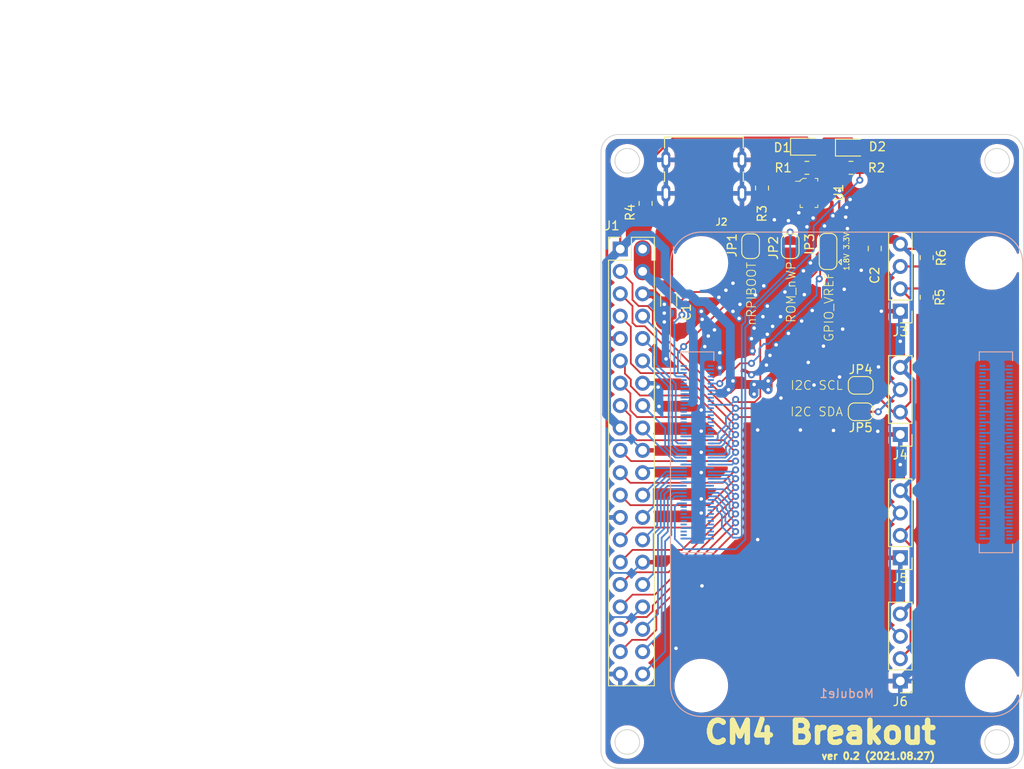
<source format=kicad_pcb>
(kicad_pcb (version 20210623) (generator pcbnew)
  (layers (0 "F.Cu" signal) (31 "B.Cu" signal) (34 "B.Paste" user) (35 "F.Paste" user) (36 "B.SilkS" user "B.Silkscreen") (37 "F.SilkS" user "F.Silkscreen") (38 "B.Mask" user) (39 "F.Mask" user) (44 "Edge.Cuts" user))
  (net 0 "")
  (net 1 "Net-(D1-Pad1)")
  (net 2 "+3V3")
  (net 3 "Net-(D2-Pad1)")
  (net 4 "+5V")
  (net 5 "PIN_03")
  (net 6 "PIN_05")
  (net 7 "GND")
  (net 8 "PIN_07")
  (net 9 "PIN_08")
  (net 10 "PIN_10")
  (net 11 "PIN_11")
  (net 12 "PIN_12")
  (net 13 "PIN_13")
  (net 14 "PIN_15")
  (net 15 "PIN_16")
  (net 16 "PIN_18")
  (net 17 "PIN_19")
  (net 18 "PIN_21")
  (net 19 "PIN_22")
  (net 20 "PIN_23")
  (net 21 "PIN_24")
  (net 22 "PIN_26")
  (net 23 "PIN_27")
  (net 24 "PIN_28")
  (net 25 "PIN_29")
  (net 26 "PIN_31")
  (net 27 "PIN_32")
  (net 28 "PIN_33")
  (net 29 "PIN_35")
  (net 30 "PIN_36")
  (net 31 "PIN_37")
  (net 32 "PIN_38")
  (net 33 "PIN_40")
  (net 34 "ROM_nWP")
  (net 35 "nRPIBOOT")
  (net 36 "GPIO_VREF")
  (net 37 "Net-(R1-Pad2)")
  (net 38 "nLED_ACT")
  (net 39 "nLED_PWR")
  (net 68 "+1V8")
  (net 146 "Net-(J2-PadB5)")
  (net 147 "Net-(J2-PadA5)")
  (net 148 "Net-(J3-Pad2)")
  (net 149 "Net-(J3-Pad3)")
  (footprint "Resistor_SMD:R_0805_2012Metric_Pad1.20x1.40mm_HandSolder" (layer "F.Cu") (at 213.9 49.3)
    (fp_text reference "R1")
    (fp_text value "1k")
  )
  (footprint "Resistor_SMD:R_0805_2012Metric_Pad1.20x1.40mm_HandSolder" (layer "F.Cu") (at 218.9 49.3)
    (fp_text reference "R2")
    (fp_text value "1k")
  )
  (footprint "Connector_PinHeader_2.54mm:PinHeader_1x04_P2.54mm_Vertical" (layer "F.Cu") (at 224.5 65.58 180)
    (fp_text reference "J3")
    (fp_text value "Conn_01x04_Female")
  )
  (footprint "Connector_PinHeader_2.54mm:PinHeader_1x04_P2.54mm_Vertical" (layer "F.Cu") (at 224.5 107.58 180)
    (fp_text reference "J6")
    (fp_text value "Conn_01x04_Female")
  )
  (footprint "CMIO:SOT-753" (layer "F.Cu") (at 214.13 52.15 -90)
    (fp_text reference "U1")
    (fp_text value "74LVC1G07")
  )
  (footprint "Capacitor_SMD:C_0805_2012Metric_Pad1.18x1.45mm_HandSolder" (layer "F.Cu") (at 221.6 58.4625 -90)
    (fp_text reference "C2")
    (fp_text value "1u")
  )
  (footprint "CMIO:CUI_UJC-HP-3-SMT-TR" (layer "F.Cu") (at 202.2 52.2 180)
    (fp_text reference "J2")
    (fp_text value "UJC-HP-3-SMT-TR")
  )
  (footprint "Jumper:SolderJumper-2_P1.3mm_Open_RoundedPad1.0x1.5mm" (layer "F.Cu") (at 220 77 180)
    (fp_text reference "JP5")
    (fp_text value "SolderJumper_2_Open")
  )
  (footprint "Connector_PinHeader_2.54mm:PinHeader_2x20_P2.54mm_Vertical" (layer "F.Cu") (at 192.7 58.52)
    (fp_text reference "J1")
    (fp_text value "RPi_pin")
  )
  (footprint "Resistor_SMD:R_0805_2012Metric_Pad1.20x1.40mm_HandSolder" (layer "F.Cu") (at 208.8 51.6 -90)
    (fp_text reference "R3")
    (fp_text value "5.1k")
  )
  (footprint "Jumper:SolderJumper-2_P1.3mm_Open_RoundedPad1.0x1.5mm" (layer "F.Cu") (at 220 74)
    (fp_text reference "JP4")
    (fp_text value "SolderJumper_2_Open")
  )
  (footprint "LED_SMD:LED_0805_2012Metric_Pad1.15x1.40mm_HandSolder" (layer "F.Cu") (at 219 47)
    (fp_text reference "D2")
    (fp_text value "GREEN LED")
  )
  (footprint "Connector_PinHeader_2.54mm:PinHeader_1x04_P2.54mm_Vertical" (layer "F.Cu") (at 224.5 79.58 180)
    (fp_text reference "J4")
    (fp_text value "Conn_01x04_Female")
  )
  (footprint "Jumper:SolderJumper-3_P1.3mm_Open_RoundedPad1.0x1.5mm" (layer "F.Cu") (at 216.3 58.8 90)
    (fp_text reference "JP3")
    (fp_text value "SolderJumper_3_Open")
  )
  (footprint "Resistor_SMD:R_0805_2012Metric_Pad1.20x1.40mm_HandSolder" (layer "F.Cu") (at 195.58 53.34 -90)
    (fp_text reference "R4")
    (fp_text value "5.1k")
  )
  (footprint "LED_SMD:LED_0805_2012Metric_Pad1.15x1.40mm_HandSolder" (layer "F.Cu") (at 213.9 46.9)
    (fp_text reference "D1")
    (fp_text value "RED LED")
  )
  (footprint "Connector_PinHeader_2.54mm:PinHeader_1x04_P2.54mm_Vertical" (layer "F.Cu") (at 224.5 93.58 180)
    (fp_text reference "J5")
    (fp_text value "Conn_01x04_Female")
  )
  (footprint "Resistor_SMD:R_0805_2012Metric_Pad1.20x1.40mm_HandSolder" (layer "F.Cu") (at 227.5 64 90)
    (fp_text reference "R5")
    (fp_text value "10k")
  )
  (footprint "Jumper:SolderJumper-2_P1.3mm_Open_RoundedPad1.0x1.5mm" (layer "F.Cu") (at 207.5 58.2 -90)
    (fp_text reference "JP1")
    (fp_text value "SolderJumper_2_Open")
  )
  (footprint "Jumper:SolderJumper-2_P1.3mm_Open_RoundedPad1.0x1.5mm" (layer "F.Cu") (at 212 58.2 -90)
    (fp_text reference "JP2")
    (fp_text value "SolderJumper_2_Open")
  )
  (footprint "Resistor_SMD:R_0805_2012Metric_Pad1.20x1.40mm_HandSolder" (layer "F.Cu") (at 227.5 59.5 -90)
    (fp_text reference "R6")
    (fp_text value "10k")
  )
  (footprint "Capacitor_SMD:C_1206_3216Metric_Pad1.33x1.80mm_HandSolder" (layer "F.Cu") (at 198.2 64.3 -90)
    (fp_text reference "C1")
    (fp_text value "10uF")
  )
  (footprint "CMIO:Raspberry-Pi-4-Compute-Module" (layer "B.Cu") (at 201.9 60.1)
    (fp_text reference "Module1")
    (fp_text value "ComputeModule4-CM4")
  )
  (gr_circle (center 235.5 48.5) (end 236.9 48.5) (layer "Edge.Cuts") (width 0.1) (fill none))
  (gr_line (start 238.485786 47.514214) (end 238.5 115.5) (layer "Edge.Cuts") (width 0.1))
  (gr_circle (center 193.5 114.5) (end 194.9 114.5) (layer "Edge.Cuts") (width 0.1) (fill none))
  (gr_circle (center 235.5 114.5) (end 236.9 114.5) (layer "Edge.Cuts") (width 0.1) (fill none))
  (gr_arc (start 192.514214 115.485786) (end 192.514214 117.485786) (angle 90) (layer "Edge.Cuts") (width 0.1))
  (gr_line (start 192.514214 45.514214) (end 236.485786 45.514214) (layer "Edge.Cuts") (width 0.1))
  (gr_line (start 236.5 117.5) (end 192.514214 117.485786) (layer "Edge.Cuts") (width 0.1))
  (gr_circle (center 193.5 48.5) (end 194.9 48.5) (layer "Edge.Cuts") (width 0.1) (fill none))
  (gr_line (start 190.514214 47.514214) (end 190.514214 115.485786) (layer "Edge.Cuts") (width 0.1))
  (gr_arc (start 236.485786 47.514214) (end 236.485786 45.514214) (angle 90) (layer "Edge.Cuts") (width 0.1))
  (gr_arc (start 236.5 115.5) (end 238.5 115.5) (angle 90) (layer "Edge.Cuts") (width 0.1))
  (gr_arc (start 192.514214 47.514214) (end 190.514214 47.514214) (angle 90) (layer "Edge.Cuts") (width 0.1))
  (gr_text "3.3V" (at 218.4 57.6 90) (layer "F.SilkS") (effects (font (size 0.6 0.6) (thickness 0.1))))
  (gr_text "ver 0.2 (2021.08.27)" (at 222 116.1) (layer "F.SilkS") (effects (font (size 0.8 0.8) (thickness 0.2))))
  (gr_text "GPIO_VREF" (at 216.4 65.1 90) (layer "F.SilkS") (effects (font (size 1 1) (thickness 0.1))))
  (gr_text "I2C SDA" (at 215 77) (layer "F.SilkS") (effects (font (size 1 1) (thickness 0.1))))
  (gr_text "I2C SCL" (at 215 74) (layer "F.SilkS") (effects (font (size 1 1) (thickness 0.1))))
  (gr_text "1.8V" (at 218.4 60 90) (layer "F.SilkS") (effects (font (size 0.6 0.6) (thickness 0.1))))
  (gr_text "CM4 Breakout" (at 215.4 113.4) (layer "F.SilkS") (effects (font (size 2.5 2.5) (thickness 0.625))))
  (gr_text "nRPIBOOT\n" (at 207.6 63.6 90) (layer "F.SilkS") (effects (font (size 1 1) (thickness 0.1))))
  (gr_text "ROM_nWP" (at 212.1 63.4 90) (layer "F.SilkS") (effects (font (size 1 1) (thickness 0.1))))
  (segment (start 212.875 46.9) (end 212.875 49.275) (width 0.25) (layer "F.Cu") (net 1))
  (segment (start 212.875 49.275) (end 212.9 49.3) (width 0.25) (layer "F.Cu") (net 1))
  (segment (start 227.5 58.5) (end 225.04 58.5) (width 0.25) (layer "F.Cu") (net 2))
  (segment (start 216.57548 45.97548) (end 219.00048 45.97548) (width 0.25) (layer "F.Cu") (net 2))
  (segment (start 192.7 53.60058) (end 192.7 58.52) (width 0.25) (layer "F.Cu") (net 2))
  (segment (start 205.600489 73.899511) (end 207.799511 73.899511) (width 1) (layer "F.Cu") (net 2))
  (segment (start 215.82452 51.15548) (end 215.73 51.25) (width 0.25) (layer "F.Cu") (net 2))
  (segment (start 217.569133 52.893747) (end 215.875386 51.2) (width 0.25) (layer "F.Cu") (net 2))
  (segment (start 205 74.5) (end 205.5 74) (width 1) (layer "F.Cu") (net 2))
  (segment (start 205.5 74) (end 205.5 73.5) (width 1) (layer "F.Cu") (net 2))
  (segment (start 225.04 58.5) (end 224.5 57.96) (width 0.25) (layer "F.Cu") (net 2))
  (segment (start 215.73 51.25) (end 215.925386 51.25) (width 0.25) (layer "F.Cu") (net 2))
  (segment (start 222 57.425) (end 221.275 57.425) (width 1) (layer "F.Cu") (net 2))
  (segment (start 195.048439 51.252141) (end 192.7 53.60058) (width 0.25) (layer "F.Cu") (net 2))
  (segment (start 205.5 73.5) (end 205.9 73.9) (width 1) (layer "F.Cu") (net 2))
  (segment (start 207.799511 73.899511) (end 207.80048 73.90048) (width 1) (layer "F.Cu") (net 2))
  (segment (start 215.875386 51.2) (end 215.48 51.2) (width 0.25) (layer "F.Cu") (net 2))
  (segment (start 198.738473 45.87548) (end 196.667141 47.946812) (width 0.25) (layer "F.Cu") (net 2))
  (segment (start 215.84952 45.97548) (end 216.57548 45.97548) (width 0.25) (layer "F.Cu") (net 2))
  (segment (start 223.965 57.425) (end 224.5 57.96) (width 1) (layer "F.Cu") (net 2))
  (segment (start 206.5 73.5) (end 205.5 73.5) (width 1) (layer "F.Cu") (net 2))
  (segment (start 209.5 73.5) (end 209.5 74.5) (width 1) (layer "F.Cu") (net 2))
  (segment (start 227.5 65) (end 228.52452 63.97548) (width 0.25) (layer "F.Cu") (net 2))
  (segment (start 222 57.425) (end 223.965 57.425) (width 1) (layer "F.Cu") (net 2))
  (segment (start 205 74.5) (end 205.600489 73.899511) (width 1) (layer "F.Cu") (net 2))
  (segment (start 219.00048 45.97548) (end 220.025 47) (width 0.25) (layer "F.Cu") (net 2))
  (segment (start 205.9 73.9) (end 207.80048 73.9) (width 1) (layer "F.Cu") (net 2))
  (segment (start 214.925 46.9) (end 213.90048 45.87548) (width 0.25) (layer "F.Cu") (net 2))
  (segment (start 216.5 62.2) (end 216.5 66.5) (width 1) (layer "F.Cu") (net 2))
  (segment (start 228.52452 63.97548) (end 228.52452 59.52452) (width 0.25) (layer "F.Cu") (net 2))
  (segment (start 221.275 57.425) (end 216.5 62.2) (width 1) (layer "F.Cu") (net 2))
  (segment (start 196.667141 47.946812) (end 196.667141 50.617141) (width 0.25) (layer "F.Cu") (net 2))
  (segment (start 217.569133 52.893747) (end 217.569133 56.230867) (width 0.25) (layer "F.Cu") (net 2))
  (segment (start 213.90048 45.87548) (end 198.738473 45.87548) (width 0.25) (layer "F.Cu") (net 2))
  (segment (start 214.925 46.9) (end 215.82452 47.79952) (width 0.25) (layer "F.Cu") (net 2))
  (segment (start 216.5 66.5) (end 209.5 73.5) (width 1) (layer "F.Cu") (net 2))
  (segment (start 214.925 46.9) (end 215.84952 45.97548) (width 0.25) (layer "F.Cu") (net 2))
  (segment (start 215.82452 47.79952) (end 215.82452 51.15548) (width 0.25) (layer "F.Cu") (net 2))
  (segment (start 196.032141 51.252141) (end 195.048439 51.252141) (width 0.25) (layer "F.Cu") (net 2))
  (segment (start 228.52452 59.52452) (end 227.5 58.5) (width 0.25) (layer "F.Cu") (net 2))
  (segment (start 217.569133 56.230867) (end 216.3 57.5) (width 0.25) (layer "F.Cu") (net 2))
  (segment (start 207.80048 73.90048) (end 207.80048 74.9) (width 1) (layer "F.Cu") (net 2))
  (segment (start 196.667141 50.617141) (end 196.032141 51.252141) (width 0.25) (layer "F.Cu") (net 2))
  (via (at 209.5 74.5) (size 0.8) (drill 0.4) (layers "F.Cu" "B.Cu") (net 2))
  (via (at 207.9 73.9) (size 0.8) (drill 0.4) (layers "F.Cu" "B.Cu") (net 2))
  (via (at 205.5 73.5) (size 0.8) (drill 0.4) (layers "F.Cu" "B.Cu") (net 2))
  (via (at 209.5 73.5) (size 0.8) (drill 0.4) (layers "F.Cu" "B.Cu") (net 2))
  (via (at 207.9 75) (size 0.8) (drill 0.4) (layers "F.Cu" "B.Cu") (net 2))
  (via (at 205 74.5) (size 0.8) (drill 0.4) (layers "F.Cu" "B.Cu") (net 2))
  (segment (start 226 73.46) (end 226 84.46) (width 0.5) (layer "B.Cu") (net 2))
  (segment (start 196.154177 56.970489) (end 197.8 58.616312) (width 1) (layer "B.Cu") (net 2))
  (segment (start 204.000489 74.6) (end 204.3 74.899511) (width 0.2) (layer "B.Cu") (net 2))
  (segment (start 225.799511 87.259511) (end 225.799511 98.660489) (width 0.5) (layer "B.Cu") (net 2))
  (segment (start 192.7 58.52) (end 194.249511 56.970489) (width 1) (layer "B.Cu") (net 2))
  (segment (start 197.8 61.455785) (end 199.972108 63.627893) (width 1) (layer "B.Cu") (net 2))
  (segment (start 199.972108 63.627893) (end 200.578723 63.627893) (width 1) (layer "B.Cu") (net 2))
  (segment (start 225.799511 98.660489) (end 224.5 99.96) (width 0.5) (layer "B.Cu") (net 2))
  (segment (start 207.9 73.9) (end 208.9 73.9) (width 1) (layer "B.Cu") (net 2))
  (segment (start 204.455433 74.899511) (end 204.000489 74.899511) (width 1) (layer "B.Cu") (net 2))
  (segment (start 192.7 58.52) (end 191.150489 60.069511) (width 1) (layer "B.Cu") (net 2))
  (segment (start 225.799511 70.660489) (end 224.5 71.96) (width 0.5) (layer "B.Cu") (net 2))
  (segment (start 191.150489 60.069511) (end 191.150489 77.290489) (width 1) (layer "B.Cu") (net 2))
  (segment (start 204.199511 75) (end 204.3 74.899511) (width 0.2) (layer "B.Cu") (net 2))
  (segment (start 200.578723 63.627893) (end 201.451319 64.500489) (width 1) (layer "B.Cu") (net 2))
  (segment (start 201.451319 64.500489) (end 202.400489 64.500489) (width 1) (layer "B.Cu") (net 2))
  (segment (start 191.150489 77.290489) (end 192.7 78.84) (width 1) (layer "B.Cu") (net 2))
  (segment (start 208.9 73.9) (end 209.5 74.5) (width 1) (layer "B.Cu") (net 2))
  (segment (start 224.5 85.96) (end 225.799511 87.259511) (width 0.5) (layer "B.Cu") (net 2))
  (segment (start 224.5 71.96) (end 226 73.46) (width 0.5) (layer "B.Cu") (net 2))
  (segment (start 207.9 75) (end 207.9 73.9) (width 1) (layer "B.Cu") (net 2))
  (segment (start 197.8 58.616312) (end 197.8 61.455785) (width 1) (layer "B.Cu") (net 2))
  (segment (start 225.799511 59.259511) (end 225.799511 70.660489) (width 0.5) (layer "B.Cu") (net 2))
  (segment (start 202.98 75) (end 204.199511 75) (width 0.2) (layer "B.Cu") (net 2))
  (segment (start 202.98 74.6) (end 204.000489 74.6) (width 0.2) (layer "B.Cu") (net 2))
  (segment (start 209.5 73.5) (end 209 74) (width 1) (layer "B.Cu") (net 2))
  (segment (start 205.199511 74.155433) (end 204.455433 74.899511) (width 1) (layer "B.Cu") (net 2))
  (segment (start 205.199511 67.299511) (end 205.199511 74.155433) (width 1) (layer "B.Cu") (net 2))
  (segment (start 224.5 57.96) (end 225.799511 59.259511) (width 0.5) (layer "B.Cu") (net 2))
  (segment (start 202.400489 64.500489) (end 205.199511 67.299511) (width 1) (layer "B.Cu") (net 2))
  (segment (start 226 84.46) (end 224.5 85.96) (width 0.5) (layer "B.Cu") (net 2))
  (segment (start 194.249511 56.970489) (end 196.154177 56.970489) (width 1) (layer "B.Cu") (net 2))
  (segment (start 217.975 49.225) (end 217.9 49.3) (width 0.25) (layer "F.Cu") (net 3))
  (segment (start 217.975 47) (end 217.975 49.225) (width 0.25) (layer "F.Cu") (net 3))
  (segment (start 200.68 53.72) (end 200.420489 53.979511) (width 0.5) (layer "F.Cu") (net 4))
  (segment (start 195.4625 60.8375) (end 195.24 61.06) (width 2) (layer "F.Cu") (net 4))
  (segment (start 198.2 62.7375) (end 198.2 61.3375) (width 1) (layer "F.Cu") (net 4))
  (segment (start 195.24 58.52) (end 195.24 61.06) (width 2) (layer "F.Cu") (net 4))
  (segment (start 203.72 52.205) (end 203.72 53.959511) (width 0.5) (layer "F.Cu") (net 4))
  (segment (start 200.68 52.205) (end 200.68 53.72) (width 0.5) (layer "F.Cu") (net 4))
  (segment (start 200.420489 53.979511) (end 203.7 53.979511) (width 2) (layer "F.Cu") (net 4))
  (segment (start 197.7 60.8375) (end 197.7 56.7) (width 2) (layer "F.Cu") (net 4))
  (segment (start 203.72 53.959511) (end 203.7 53.979511) (width 0.5) (layer "F.Cu") (net 4))
  (segment (start 197.7 60.8375) (end 195.4625 60.8375) (width 2) (layer "F.Cu") (net 4))
  (segment (start 198.2 61.3375) (end 197.7 60.8375) (width 1) (layer "F.Cu") (net 4))
  (segment (start 197.7 56.7) (end 200.420489 53.979511) (width 2) (layer "F.Cu") (net 4))
  (segment (start 200.799011 66.455425) (end 200.799011 65.544559) (width 1) (layer "B.Cu") (net 4))
  (segment (start 199.9 74.2) (end 200.8 74.2) (width 0.2) (layer "B.Cu") (net 4))
  (segment (start 200.7 75.4) (end 200.8 75.3) (width 0.2) (layer "B.Cu") (net 4))
  (segment (start 200.705867 66.548569) (end 200.799011 66.455425) (width 1) (layer "B.Cu") (net 4))
  (segment (start 199.9 76.2) (end 200.7 76.2) (width 0.2) (layer "B.Cu") (net 4))
  (segment (start 196.847837 62.2) (end 196.38 62.2) (width 1) (layer "B.Cu") (net 4))
  (segment (start 199.9 75) (end 200.7 75) (width 0.2) (layer "B.Cu") (net 4))
  (segment (start 196.38 62.2) (end 195.24 61.06) (width 1) (layer "B.Cu") (net 4))
  (segment (start 199.9 74.6) (end 200.7 74.6) (width 0.2) (layer "B.Cu") (net 4))
  (segment (start 200.7 75.8) (end 200.8 75.7) (width 0.2) (layer "B.Cu") (net 4))
  (segment (start 200.999511 68.099511) (end 200.705867 67.805867) (width 1) (layer "B.Cu") (net 4))
  (segment (start 200.799011 65.544559) (end 200.130534 64.876082) (width 1) (layer "B.Cu") (net 4))
  (segment (start 200.130534 64.876082) (end 199.523919 64.876082) (width 1) (layer "B.Cu") (net 4))
  (segment (start 199.9 75.4) (end 200.7 75.4) (width 0.2) (layer "B.Cu") (net 4))
  (segment (start 200.999511 75.804109) (end 200.999511 68.099511) (width 1) (layer "B.Cu") (net 4))
  (segment (start 200.85181 75.95181) (end 200.999511 75.804109) (width 1) (layer "B.Cu") (net 4))
  (segment (start 200.7 75) (end 200.8 75.1) (width 0.2) (layer "B.Cu") (net 4))
  (segment (start 200.7 74.6) (end 200.8 74.5) (width 0.2) (layer "B.Cu") (net 4))
  (segment (start 196.847837 62.2) (end 199.523919 64.876082) (width 1) (layer "B.Cu") (net 4))
  (segment (start 199.9 75.8) (end 200.7 75.8) (width 0.2) (layer "B.Cu") (net 4))
  (segment (start 200.7 76.2) (end 200.8 76.3) (width 0.2) (layer "B.Cu") (net 4))
  (segment (start 200.705867 67.805867) (end 200.705867 66.548569) (width 1) (layer "B.Cu") (net 4))
  (segment (start 194.090489 62.450489) (end 194.090489 64.290489) (width 0.2) (layer "F.Cu") (net 5))
  (segment (start 195.809511 64.990489) (end 196.389511 65.570489) (width 0.2) (layer "F.Cu") (net 5))
  (segment (start 205.8 76.6) (end 216.75 76.6) (width 0.2) (layer "F.Cu") (net 5))
  (segment (start 194.090489 64.290489) (end 194.790489 64.990489) (width 0.2) (layer "F.Cu") (net 5))
  (segment (start 194.790489 64.990489) (end 195.809511 64.990489) (width 0.2) (layer "F.Cu") (net 5))
  (segment (start 192.7 61.06) (end 194.090489 62.450489) (width 0.2) (layer "F.Cu") (net 5))
  (segment (start 205.779022 76.6) (end 205.8 76.6) (width 0.2) (layer "F.Cu") (net 5))
  (segment (start 196.389511 67.210489) (end 205.779022 76.6) (width 0.2) (layer "F.Cu") (net 5))
  (segment (start 216.75 76.6) (end 219.35 74) (width 0.2) (layer "F.Cu") (net 5))
  (segment (start 196.389511 65.570489) (end 196.389511 67.210489) (width 0.2) (layer "F.Cu") (net 5))
  (via (at 205.8 76.6) (size 0.8) (drill 0.4) (layers "F.Cu" "B.Cu") (net 5))
  (segment (start 203.768457 80.031543) (end 203.768457 79.466537) (width 0.2) (layer "B.Cu") (net 5))
  (segment (start 205.8 76.6) (end 204.700969 77.699031) (width 0.2) (layer "B.Cu") (net 5))
  (segment (start 203.768457 79.466537) (end 204.700969 78.534025) (width 0.2) (layer "B.Cu") (net 5))
  (segment (start 202.98 80.2) (end 203.6 80.2) (width 0.2) (layer "B.Cu") (net 5))
  (segment (start 203.6 80.2) (end 203.768457 80.031543) (width 0.2) (layer "B.Cu") (net 5))
  (segment (start 204.700969 77.699031) (end 204.700969 78.534025) (width 0.2) (layer "B.Cu") (net 5))
  (segment (start 195.489511 67.289511) (end 205.8 77.6) (width 0.2) (layer "F.Cu") (net 6))
  (segment (start 194.489511 67.289511) (end 195.489511 67.289511) (width 0.2) (layer "F.Cu") (net 6))
  (segment (start 218.75 77.6) (end 219.35 77) (width 0.2) (layer "F.Cu") (net 6))
  (segment (start 192.7 63.6) (end 194.090489 64.990489) (width 0.2) (layer "F.Cu") (net 6))
  (segment (start 205.8 77.6) (end 218.75 77.6) (width 0.2) (layer "F.Cu") (net 6))
  (segment (start 194.090489 64.990489) (end 194.090489 66.890489) (width 0.2) (layer "F.Cu") (net 6))
  (segment (start 194.090489 66.890489) (end 194.489511 67.289511) (width 0.2) (layer "F.Cu") (net 6))
  (via (at 205.8 77.6) (size 0.8) (drill 0.4) (layers "F.Cu" "B.Cu") (net 6))
  (segment (start 204.167977 79.967017) (end 204.634994 79.5) (width 0.2) (layer "B.Cu") (net 6))
  (segment (start 202.98 80.6) (end 203.969988 80.6) (width 0.2) (layer "B.Cu") (net 6))
  (segment (start 205.100489 78.299511) (end 205.100489 78.7) (width 0.2) (layer "B.Cu") (net 6))
  (segment (start 203.969988 80.6) (end 204.167977 80.402011) (width 0.2) (layer "B.Cu") (net 6))
  (segment (start 204.634994 79.5) (end 204.634994 79.165006) (width 0.2) (layer "B.Cu") (net 6))
  (segment (start 205.8 77.6) (end 205.100489 78.299511) (width 0.2) (layer "B.Cu") (net 6))
  (segment (start 204.167977 80.402011) (end 204.167977 79.967017) (width 0.2) (layer "B.Cu") (net 6))
  (segment (start 204.634994 79.165006) (end 205.100489 78.699511) (width 0.2) (layer "B.Cu") (net 6))
  (segment (start 197.7 64.857919) (end 197.7 65.8) (width 1) (layer "F.Cu") (net 7))
  (segment (start 197.7 64.8) (end 197.7 66.8) (width 1) (layer "F.Cu") (net 7))
  (segment (start 196.442081 63.6) (end 197.7 64.857919) (width 1) (layer "F.Cu") (net 7))
  (segment (start 197.7 66.68318) (end 197.75841 66.74159) (width 2) (layer "F.Cu") (net 7))
  (segment (start 195.24 63.6) (end 196.442081 63.6) (width 1) (layer "F.Cu") (net 7))
  (via (at 197.9 71) (size 0.8) (drill 0.4) (layers "F.Cu" "B.Cu") (net 7))
  (via (at 202.7 68.4) (size 0.8) (drill 0.4) (layers "F.Cu" "B.Cu") (net 7))
  (via (at 208.3054 79.0702) (size 0.8) (drill 0.4) (layers "F.Cu" "B.Cu") (net 7))
  (via (at 213.1568 79.0702) (size 0.8) (drill 0.4) (layers "F.Cu" "B.Cu") (net 7))
  (via (at 208.3054 91.5162) (size 0.8) (drill 0.4) (layers "F.Cu" "B.Cu") (net 7))
  (via (at 201.9 83.9) (size 0.8) (drill 0.4) (layers "F.Cu" "B.Cu") (net 7))
  (via (at 217.6018 73.0504) (size 0.8) (drill 0.4) (layers "F.Cu" "B.Cu") (net 7))
  (via (at 210.9 66.2) (size 0.8) (drill 0.4) (layers "F.Cu" "B.Cu") (net 7))
  (via (at 215.9 55.9) (size 0.8) (drill 0.4) (layers "F.Cu" "B.Cu") (net 7))
  (via (at 210 67.3) (size 0.8) (drill 0.4) (layers "F.Cu" "B.Cu") (net 7))
  (via (at 217.9574 67.6148) (size 0.8) (drill 0.4) (layers "F.Cu" "B.Cu") (net 7))
  (via (at 212.98 54.41) (size 0.8) (drill 0.4) (layers "F.Cu" "B.Cu") (net 7))
  (via (at 218.5 56.2) (size 0.8) (drill 0.4) (layers "F.Cu" "B.Cu") (net 7))
  (via (at 216.844622 54.744622) (size 0.8) (drill 0.4) (layers "F.Cu" "B.Cu") (net 7))
  (via (at 207.6 68.7) (size 0.8) (drill 0.4) (layers "F.Cu" "B.Cu") (net 7))
  (via (at 202.3 69.6) (size 0.8) (drill 0.4) (layers "F.Cu" "B.Cu") (net 7))
  (via (at 214.6 55) (size 0.8) (drill 0.4) (layers "F.Cu" "B.Cu") (net 7))
  (via (at 211.4 63.4) (size 0.8) (drill 0.4) (layers "F.Cu" "B.Cu") (net 7))
  (via (at 224.5 83) (size 0.8) (drill 0.4) (layers "F.Cu" "B.Cu") (net 7))
  (via (at 205.5 65.6) (size 0.8) (drill 0.4) (layers "F.Cu" "B.Cu") (net 7))
  (via (at 213.9 56) (size 0.8) (drill 0.4) (layers "F.Cu" "B.Cu") (net 7))
  (via (at 201.9 79.2) (size 0.8) (drill 0.4) (layers "F.Cu" "B.Cu") (net 7))
  (via (at 209.4 65) (size 0.8) (drill 0.4) (layers "F.Cu" "B.Cu") (net 7))
  (via (at 197.7 66.8) (size 0.8) (drill 0.4) (layers "F.Cu" "B.Cu") (net 7))
  (via (at 222.3516 65.5828) (size 0.8) (drill 0.4) (layers "F.Cu" "B.Cu") (net 7))
  (via (at 197.1 76.4) (size 0.8) (drill 0.4) (layers "F.Cu" "B.Cu") (net 7))
  (via (at 207.6 72.8) (size 0.8) (drill 0.4) (layers "F.Cu" "B.Cu") (net 7))
  (via (at 199.0344 103.8606) (size 0.8) (drill 0.4) (layers "F.Cu" "B.Cu") (net 7))
  (via (at 214.0458 71.3994) (size 0.8) (drill 0.4) (layers "F.Cu" "B.Cu") (net 7))
  (via (at 205.5 62.4) (size 0.8) (drill 0.4) (layers "F.Cu" "B.Cu") (net 7))
  (via (at 211.8 55.3) (size 0.8) (drill 0.4) (layers "F.Cu" "B.Cu") (net 7))
  (via (at 217.6 51.9) (size 0.8) (drill 0.4) (layers "F.Cu" "B.Cu") (net 7))
  (via (at 215.773 69.5452) (size 0.8) (drill 0.4) (layers "F.Cu" "B.Cu") (net 7))
  (via (at 204 70.3) (size 0.8) (drill 0.4) (layers "F.Cu" "B.Cu") (net 7))
  (via (at 222.0214 71.9074) (size 0.8) (drill 0.4) (layers "F.Cu" "B.Cu") (net 7))
  (via (at 209.4 68.2) (size 0.8) (drill 0.4) (layers "F.Cu" "B.Cu") (net 7))
  (via (at 197 74.2) (size 0.8) (drill 0.4) (layers "F.Cu" "B.Cu") (net 7))
  (via (at 201.9 81.6) (size 0.8) (drill 0.4) (layers "F.Cu" "B.Cu") (net 7))
  (via (at 214.5 65.5) (size 0.8) (drill 0.4) (layers "F.Cu" "B.Cu") (net 7))
  (via (at 218.4 53.8) (size 0.8) (drill 0.4) (layers "F.Cu" "B.Cu") (net 7))
  (via (at 221.9452 79.2226) (size 0.8) (drill 0.4) (layers "F.Cu" "B.Cu") (net 7))
  (via (at 201.9 86.9) (size 0.8) (drill 0.4) (layers "F.Cu" "B.Cu") (net 7))
  (via (at 206.3 64.8) (size 0.8) (drill 0.4) (layers "F.Cu" "B.Cu") (net 7))
  (via (at 201.9 88.5) (size 0.8) (drill 0.4) (layers "F.Cu" "B.Cu") (net 7))
  (via (at 213.5 61) (size 0.8) (drill 0.4) (layers "F.Cu" "B.Cu") (net 7))
  (via (at 214.3 60.1) (size 0.8) (drill 0.4) (layers "F.Cu" "B.Cu") (net 7))
  (via (at 210.4 69.4) (size 0.8) (drill 0.4) (layers "F.Cu" "B.Cu") (net 7))
  (via (at 213.3 66.7) (size 0.8) (drill 0.4) (layers "F.Cu" "B.Cu") (net 7))
  (via (at 204.7 63.2) (size 0.8) (drill 0.4) (layers "F.Cu" "B.Cu") (net 7))
  (via (at 218.8 52.9) (size 0.8) (drill 0.4) (layers "F.Cu" "B.Cu") (net 7))
  (via (at 203.4 67.7) (size 0.8) (drill 0.4) (layers "F.Cu" "B.Cu") (net 7))
  (via (at 210.947 75.438) (size 0.8) (drill 0.4) (layers "F.Cu" "B.Cu") (net 7))
  (via (at 201.9808 96.774) (size 0.8) (drill 0.4) (layers "F.Cu" "B.Cu") (net 7))
  (via (at 213.6 63.7) (size 0.8) (drill 0.4) (layers "F.Cu" "B.Cu") (net 7))
  (via (at 197.7 64.8) (size 0.8) (drill 0.4) (layers "F.Cu" "B.Cu") (net 7))
  (via (at 209 62.7) (size 0.8) (drill 0.4) (layers "F.Cu" "B.Cu") (net 7))
  (via (at 211.8 68.1) (size 0.8) (drill 0.4) (layers "F.Cu" "B.Cu") (net 7))
  (via (at 197.7 65.8) (size 0.8) (drill 0.4) (layers "F.Cu" "B.Cu") (net 7))
  (via (at 214.7062 73.9648) (size 0.8) (drill 0.4) (layers "F.Cu" "B.Cu") (net 7))
  (via (at 208.055378 63.755378) (size 0.8) (drill 0.4) (layers "F.Cu" "B.Cu") (net 7))
  (via (at 218.3 54.9) (size 0.8) (drill 0.4) (layers "F.Cu" "B.Cu") (net 7))
  (via (at 224.5 69) (size 0.8) (drill 0.4) (layers "F.Cu" "B.Cu") (net 7))
  (via (at 208.9 66.2) (size 0.8) (drill 0.4) (layers "F.Cu" "B.Cu") (net 7))
  (via (at 206.2 66.4) (size 0.8) (drill 0.4) (layers "F.Cu" "B.Cu") (net 7))
  (via (at 202.005378 66.505378) (size 0.8) (drill 0.4) (layers "F.Cu" "B.Cu") (net 7))
  (via (at 216.916 79.121) (size 0.8) (drill 0.4) (layers "F.Cu" "B.Cu") (net 7))
  (via (at 204 72) (size 0.8) (drill 0.4) (layers "F.Cu" "B.Cu") (net 7))
  (via (at 207.7 70.1) (size 0.8) (drill 0.4) (layers "F.Cu" "B.Cu") (net 7))
  (via (at 220.0656 60.9346) (size 0.8) (drill 0.4) (layers "F.Cu" "B.Cu") (net 7))
  (via (at 210.2 55.2) (size 0.8) (drill 0.4) (layers "F.Cu" "B.Cu") (net 7))
  (via (at 207.9 67.5) (size 0.8) (drill 0.4) (layers "F.Cu" "B.Cu") (net 7))
  (via (at 218.1352 63.0936) (size 0.8) (drill 0.4) (layers "F.Cu" "B.Cu") (net 7))
  (via (at 209.3 71.7) (size 0.8) (drill 0.4) (layers "F.Cu" "B.Cu") (net 7))
  (via (at 224.5 97) (size 0.8) (drill 0.4) (layers "F.Cu" "B.Cu") (net 7))
  (via (at 201.9 65.6) (size 0.8) (drill 0.4) (layers "F.Cu" "B.Cu") (net 7))
  (via (at 203.9 64) (size 0.8) (drill 0.4) (layers "F.Cu" "B.Cu") (net 7))
  (via (at 209.7 70.6) (size 0.8) (drill 0.4) (layers "F.Cu" "B.Cu") (net 7))
  (via (at 201.9 76.8) (size 0.8) (drill 0.4) (layers "F.Cu" "B.Cu") (net 7))
  (segment (start 195.24 94.08) (end 194.02 95.3) (width 0.2) (layer "B.Cu") (net 7))
  (segment (start 236.9 79.4) (end 236.100978 79.4) (width 0.2) (layer "B.Cu") (net 7))
  (segment (start 235.8 87.8) (end 235.850489 87.850489) (width 0.2) (layer "B.Cu") (net 7))
  (segment (start 235.850489 75.850489) (end 235.850489 74.649511) (width 1) (layer "B.Cu") (net 7))
  (segment (start 236.100978 85.4) (end 235.850489 85.149511) (width 0.2) (layer "B.Cu") (net 7))
  (segment (start 202.98 78.6) (end 201.9 78.6) (width 0.2) (layer "B.Cu") (net 7))
  (segment (start 201.9 86.7) (end 201.9 90.4) (width 1) (layer "B.Cu") (net 7))
  (segment (start 235.6 91.4) (end 235.850489 91.149511) (width 0.2) (layer "B.Cu") (net 7))
  (segment (start 235.850489 78.149511) (end 235.850489 76.850489) (width 1) (layer "B.Cu") (net 7))
  (segment (start 235.9 80.6) (end 235.850489 80.649511) (width 0.2) (layer "B.Cu") (net 7))
  (segment (start 235.850489 82.850489) (end 235.850489 81.649511) (width 1) (layer "B.Cu") (net 7))
  (segment (start 236.9 77) (end 236.250978 77) (width 0.2) (layer "B.Cu") (net 7))
  (segment (start 233.82 78.2) (end 235.8 78.2) (width 0.2) (layer "B.Cu") (net 7))
  (segment (start 236.250978 77) (end 236.101467 76.850489) (width 0.2) (layer "B.Cu") (net 7))
  (segment (start 201.9 79.5) (end 201.9 80.7) (width 1) (layer "B.Cu") (net 7))
  (segment (start 202.98 81.4) (end 201.7 81.4) (width 0.2) (layer "B.Cu") (net 7))
  (segment (start 202.98 90.2) (end 202.1 90.2) (width 0.2) (layer "B.Cu") (net 7))
  (segment (start 236.101467 76.850489) (end 235.850489 76.850489) (width 0.2) (layer "B.Cu") (net 7))
  (segment (start 201.9 85.2) (end 201.9 86.7) (width 1) (layer "B.Cu") (net 7))
  (segment (start 202 76.7) (end 201.9 76.8) (width 0.5) (layer "B.Cu") (net 7))
  (segment (start 235.7 90.2) (end 235.850489 90.350489) (width 0.2) (layer "B.Cu") (net 7))
  (segment (start 202 69.9) (end 202 76.7) (width 0.5) (layer "B.Cu") (net 7))
  (segment (start 235.850489 85.149511) (end 235.850489 84.149511) (width 1) (layer "B.Cu") (net 7))
  (segment (start 235.8 75.8) (end 235.850489 75.850489) (width 0.2) (layer "B.Cu") (net 7))
  (segment (start 199.9 79.8) (end 201.6 79.8) (width 0.2) (layer "B.Cu") (net 7))
  (segment (start 233.82 80.6) (end 235.800978 80.6) (width 0.2) (layer "B.Cu") (net 7))
  (segment (start 235.850489 90.350489) (end 235.850489 88.850489) (width 1) (layer "B.Cu") (net 7))
  (segment (start 235.850489 76.850489) (end 235.850489 75.850489) (width 1) (layer "B.Cu") (net 7))
  (segment (start 195.24 99.16) (end 194.090489 100.309511) (width 0.2) (layer "B.Cu") (net 7))
  (segment (start 202.1 90.2) (end 201.9 90.4) (width 0.2) (layer "B.Cu") (net 7))
  (segment (start 236.9 84.2) (end 235.900978 84.2) (width 0.2) (layer "B.Cu") (net 7))
  (segment (start 235.850489 86.350489) (end 235.850489 85.149511) (width 1) (layer "B.Cu") (net 7))
  (segment (start 233.82 89) (end 235.700978 89) (width 0.2) (layer "B.Cu") (net 7))
  (segment (start 233.82 86.6) (end 235.600978 86.6) (width 0.2) (layer "B.Cu") (net 7))
  (segment (start 194.02 95.3) (end 191.4 95.3) (width 0.2) (layer "B.Cu") (net 7))
  (segment (start 235.600978 86.6) (end 235.850489 86.350489) (width 0.2) (layer "B.Cu") (net 7))
  (segment (start 233.82 84.2) (end 235.8 84.2) (width 0.2) (layer "B.Cu") (net 7))
  (segment (start 233.82 74.6) (end 235.800978 74.6) (width 0.2) (layer "B.Cu") (net 7))
  (segment (start 202.330978 79.8) (end 202.98 79.8) (width 0.2) (layer "B.Cu") (net 7))
  (segment (start 201.9 77.5) (end 201.9 78.6) (width 1) (layer "B.Cu") (net 7))
  (segment (start 235.800978 73.4) (end 235.850489 73.350489) (width 0.2) (layer "B.Cu") (net 7))
  (segment (start 236.9 73.4) (end 235.9 73.4) (width 0.2) (layer "B.Cu") (net 7))
  (segment (start 235.850489 88.850489) (end 235.850489 87.850489) (width 1) (layer "B.Cu") (net 7))
  (segment (start 235.850489 91.149511) (end 235.850489 90.350489) (width 1) (layer "B.Cu") (net 7))
  (segment (start 202.98 72.2) (end 202 72.2) (width 0.2) (layer "B.Cu") (net 7))
  (segment (start 233.82 72.2) (end 235.8 72.2) (width 0.2) (layer "B.Cu") (net 7))
  (segment (start 235.800978 80.6) (end 235.850489 80.649511) (width 0.2) (layer "B.Cu") (net 7))
  (segment (start 236.101467 82.850489) (end 235.850489 82.850489) (width 0.2) (layer "B.Cu") (net 7))
  (segment (start 233.82 91.4) (end 235.6 91.4) (width 0.2) (layer "B.Cu") (net 7))
  (segment (start 236.000978 81.8) (end 235.850489 81.649511) (width 0.2) (layer "B.Cu") (net 7))
  (segment (start 199.9 85) (end 201.7 85) (width 0.2) (layer "B.Cu") (net 7))
  (segment (start 236.100978 79.4) (end 235.850489 79.149511) (width 0.2) (layer "B.Cu") (net 7))
  (segment (start 191.430489 80.230489) (end 191.369511 80.230489) (width 0.2) (layer "B.Cu") (net 7))
  (segment (start 233.82 90.2) (end 235.7 90.2) (width 0.2) (layer "B.Cu") (net 7))
  (segment (start 199.9 83) (end 201.7 83) (width 0.2) (layer "B.Cu") (net 7))
  (segment (start 233.82 87.8) (end 235.8 87.8) (width 0.2) (layer "B.Cu") (net 7))
  (segment (start 235.900978 78.2) (end 235.850489 78.149511) (width 0.2) (layer "B.Cu") (net 7))
  (segment (start 235.900978 75.8) (end 235.850489 75.850489) (width 0.2) (layer "B.Cu") (net 7))
  (segment (start 235.6 85.4) (end 235.850489 85.149511) (width 0.2) (layer "B.Cu") (net 7))
  (segment (start 236.9 74.6) (end 235.9 74.6) (width 0.2) (layer "B.Cu") (net 7))
  (segment (start 236.101467 88.850489) (end 235.850489 88.850489) (width 0.2) (layer "B.Cu") (net 7))
  (segment (start 202.98 77) (end 202.3 77) (width 0.2) (layer "B.Cu") (net 7))
  (segment (start 235.850489 72.149511) (end 235.850489 71.5) (width 1) (layer "B.Cu") (net 7))
  (segment (start 202.3 69.6) (end 202 69.9) (width 0.5) (layer "B.Cu") (net 7))
  (segment (start 201.9 78.6) (end 201.9 79.5) (width 1) (layer "B.Cu") (net 7))
  (segment (start 194.090489 80.230489) (end 191.430489 80.230489) (width 0.2) (layer "B.Cu") (net 7))
  (segment (start 202.98 85.4) (end 201.6 85.4) (width 0.2) (layer "B.Cu") (net 7))
  (segment (start 201.8 77.4) (end 201.9 77.5) (width 0.2) (layer "B.Cu") (net 7))
  (segment (start 199.9 87) (end 201.6 87) (width 0.2) (layer "B.Cu") (net 7))
  (segment (start 235.850489 74.649511) (end 235.850489 73.350489) (width 1) (layer "B.Cu") (net 7))
  (segment (start 235.700978 89) (end 235.850489 88.850489) (width 0.2) (layer "B.Cu") (net 7))
  (segment (start 235.800978 74.6) (end 235.850489 74.649511) (width 0.2) (layer "B.Cu") (net 7))
  (segment (start 201.9 80.7) (end 201.9 83.2) (width 1) (layer "B.Cu") (net 7))
  (segment (start 236.9 72.2) (end 235.900978 72.2) (width 0.2) (layer "B.Cu") (net 7))
  (segment (start 201.6 81) (end 201.9 80.7) (width 0.2) (layer "B.Cu") (net 7))
  (segment (start 224.5 107.58) (end 235.850489 96.229511) (width 1) (layer "B.Cu") (net 7))
  (segment (start 201.7 85) (end 201.9 85.2) (width 0.2) (layer "B.Cu") (net 7))
  (segment (start 235.9 73.4) (end 235.850489 73.350489) (width 0.2) (layer "B.Cu") (net 7))
  (segment (start 235.850489 73.350489) (end 235.850489 72.149511) (width 1) (layer "B.Cu") (net 7))
  (segment (start 199.9 77.4) (end 201.8 77.4) (width 0.2) (layer "B.Cu") (net 7))
  (segment (start 233.82 73.4) (end 235.800978 73.4) (width 0.2) (layer "B.Cu") (net 7))
  (segment (start 201.9 76.6) (end 201.9 77.5) (width 1) (layer "B.Cu") (net 7))
  (segment (start 199.9 78.6) (end 202.98 78.6) (width 0.2) (layer "B.Cu") (net 7))
  (segment (start 201.7 83) (end 201.9 83.2) (width 0.2) (layer "B.Cu") (net 7))
  (segment (start 199.9 89) (end 202.98 89) (width 0.2) (layer "B.Cu") (net 7))
  (segment (start 235.850489 87.850489) (end 235.850489 86.350489) (width 1) (layer "B.Cu") (net 7))
  (segment (start 195.24 81.38) (end 194.090489 80.230489) (width 0.2) (layer "B.Cu") (net 7))
  (segment (start 235.850489 96.229511) (end 235.850489 91.149511) (width 1) (layer "B.Cu") (net 7))
  (segment (start 235.700978 77) (end 235.850489 76.850489) (width 0.2) (layer "B.Cu") (net 7))
  (segment (start 236.9 75.8) (end 235.900978 75.8) (width 0.2) (layer "B.Cu") (net 7))
  (segment (start 233.82 77) (end 235.700978 77) (width 0.2) (layer "B.Cu") (net 7))
  (segment (start 201.4 91.4) (end 201.2 91.4) (width 0.2) (layer "B.Cu") (net 7))
  (segment (start 236.9 90.2) (end 236.000978 90.2) (width 0.2) (layer "B.Cu") (net 7))
  (segment (start 202 72.2) (end 201.9 72.1) (width 0.2) (layer "B.Cu") (net 7))
  (segment (start 236.9 85.4) (end 236.100978 85.4) (width 0.2) (layer "B.Cu") (net 7))
  (segment (start 236.9 87.8) (end 235.900978 87.8) (width 0.2) (layer "B.Cu") (net 7))
  (segment (start 235.850489 81.649511) (end 235.850489 80.649511) (width 1) (layer "B.Cu") (net 7))
  (segment (start 201.7 90.2) (end 201.9 90.4) (width 0.2) (layer "B.Cu") (net 7))
  (segment (start 233.82 75.8) (end 235.8 75.8) (width 0.2) (layer "B.Cu") (net 7))
  (segment (start 233.82 85.4) (end 235.6 85.4) (width 0.2) (layer "B.Cu") (net 7))
  (segment (start 236.9 83) (end 236.250978 83) (width 0.2) (layer "B.Cu") (net 7))
  (segment (start 202.98 87.4) (end 201.5 87.4) (width 0.2) (layer "B.Cu") (net 7))
  (segment (start 194.090489 100.309511) (end 191.509511 100.309511) (width 0.2) (layer "B.Cu") (net 7))
  (segment (start 236.1 86.6) (end 235.850489 86.350489) (width 0.2) (layer "B.Cu") (net 7))
  (segment (start 202.98 83.4) (end 201.6 83.4) (width 0.2) (layer "B.Cu") (net 7))
  (segment (start 236.9 78.2) (end 235.900978 78.2) (width 0.2) (layer "B.Cu") (net 7))
  (segment (start 235.8 78.2) (end 235.850489 78.149511) (width 0.2) (layer "B.Cu") (net 7))
  (segment (start 236.9 80.6) (end 235.9 80.6) (width 0.2) (layer "B.Cu") (net 7))
  (segment (start 199.9 81) (end 201.6 81) (width 0.2) (layer "B.Cu") (net 7))
  (segment (start 199.9 90.2) (end 201.7 90.2) (width 0.2) (layer "B.Cu") (net 7))
  (segment (start 202.3 77) (end 201.9 76.6) (width 0.2) (layer "B.Cu") (net 7))
  (segment (start 202.98 91.4) (end 201.4 91.4) (width 0.2) (layer "B.Cu") (net 7))
  (segment (start 235.900978 84.2) (end 235.850489 84.149511) (width 0.2) (layer "B.Cu") (net 7))
  (segment (start 201.6 87) (end 201.9 86.7) (width 0.2) (layer "B.Cu") (net 7))
  (segment (start 235.8 72.2) (end 235.850489 72.149511) (width 0.2) (layer "B.Cu") (net 7))
  (segment (start 235.850489 79.149511) (end 235.850489 78.149511) (width 1) (layer "B.Cu") (net 7))
  (segment (start 236.000978 90.2) (end 235.850489 90.350489) (width 0.2) (layer "B.Cu") (net 7))
  (segment (start 235.850489 84.149511) (end 235.850489 82.850489) (width 1) (layer "B.Cu") (net 7))
  (segment (start 235.6 79.4) (end 235.850489 79.149511) (width 0.2) (layer "B.Cu") (net 7))
  (segment (start 236.250978 83) (end 236.101467 82.850489) (width 0.2) (layer "B.Cu") (net 7))
  (segment (start 202.330489 79.799511) (end 202.330978 79.8) (width 0.2) (layer "B.Cu") (net 7))
  (segment (start 235.900978 72.2) (end 235.850489 72.149511) (width 0.2) (layer "B.Cu") (net 7))
  (segment (start 236.9 89) (end 236.250978 89) (width 0.2) (layer "B.Cu") (net 7))
  (segment (start 199.9 91.4) (end 201.2 91.4) (width 0.2) (layer "B.Cu") (net 7))
  (segment (start 235.850489 80.649511) (end 235.850489 79.149511) (width 1) (layer "B.Cu") (net 7))
  (segment (start 235.9 74.6) (end 235.850489 74.649511) (width 0.2) (layer "B.Cu") (net 7))
  (segment (start 236.9 81.8) (end 236.000978 81.8) (width 0.2) (layer "B.Cu") (net 7))
  (segment (start 236.9 86.6) (end 236.1 86.6) (width 0.2) (layer "B.Cu") (net 7))
  (segment (start 235.8 84.2) (end 235.850489 84.149511) (width 0.2) (layer "B.Cu") (net 7))
  (segment (start 236.250978 89) (end 236.101467 88.850489) (width 0.2) (layer "B.Cu") (net 7))
  (segment (start 201.6 79.8) (end 201.9 79.5) (width 0.2) (layer "B.Cu") (net 7))
  (segment (start 233.82 79.4) (end 235.6 79.4) (width 0.2) (layer "B.Cu") (net 7))
  (segment (start 201.9 90.4) (end 201.9 91.3) (width 1) (layer "B.Cu") (net 7))
  (segment (start 235.900978 87.8) (end 235.850489 87.850489) (width 0.2) (layer "B.Cu") (net 7))
  (segment (start 201.9 83.2) (end 201.9 85.2) (width 1) (layer "B.Cu") (net 7))
  (segment (start 193.9 67.34) (end 192.7 66.14) (width 0.2) (layer "F.Cu") (net 8))
  (segment (start 193.9 71.505655) (end 193.9 67.34) (width 0.2) (layer "F.Cu") (net 8))
  (segment (start 199.810489 72.610489) (end 195.004834 72.610489) (width 0.2) (layer "F.Cu") (net 8))
  (segment (start 205.8 78.6) (end 199.810489 72.610489) (width 0.2) (layer "F.Cu") (net 8))
  (segment (start 195.004834 72.610489) (end 193.9 71.505655) (width 0.2) (layer "F.Cu") (net 8))
  (via (at 205.8 78.6) (size 0.8) (drill 0.4) (layers "F.Cu" "B.Cu") (net 8))
  (segment (start 204.567497 80.132503) (end 204.567497 80.567497) (width 0.2) (layer "B.Cu") (net 8))
  (segment (start 205.1 79.3) (end 205.1 79.6) (width 0.2) (layer "B.Cu") (net 8))
  (segment (start 205.8 78.6) (end 205.1 79.3) (width 0.2) (layer "B.Cu") (net 8))
  (segment (start 204.567497 80.567497) (end 204.134994 81) (width 0.2) (layer "B.Cu") (net 8))
  (segment (start 205.1 79.6) (end 204.567497 80.132503) (width 0.2) (layer "B.Cu") (net 8))
  (segment (start 204.134994 81) (end 202.98 81) (width 0.2) (layer "B.Cu") (net 8))
  (segment (start 199 80.349022) (end 199.251467 80.600489) (width 0.2) (layer "B.Cu") (net 9))
  (segment (start 195.24 66.14) (end 196.79952 67.69952) (width 0.2) (layer "B.Cu") (net 9))
  (segment (start 196.79952 67.69952) (end 196.79952 71.59952) (width 0.2) (layer "B.Cu") (net 9))
  (segment (start 196.79952 71.59952) (end 199 73.8) (width 0.2) (layer "B.Cu") (net 9))
  (segment (start 199.899511 80.600489) (end 199.9 80.6) (width 0.2) (layer "B.Cu") (net 9))
  (segment (start 199.251467 80.600489) (end 199.899511 80.600489) (width 0.2) (layer "B.Cu") (net 9))
  (segment (start 199 73.8) (end 199 80.349022) (width 0.2) (layer "B.Cu") (net 9))
  (segment (start 199.300489 81.400489) (end 199.8 81.400489) (width 0.2) (layer "B.Cu") (net 10))
  (segment (start 198.600481 80.700481) (end 199.300489 81.400489) (width 0.2) (layer "B.Cu") (net 10))
  (segment (start 198.600481 74.015475) (end 198.600481 80.700481) (width 0.2) (layer "B.Cu") (net 10))
  (segment (start 196.4 69.84) (end 196.4 71.814994) (width 0.2) (layer "B.Cu") (net 10))
  (segment (start 196.4 71.814994) (end 198.600481 74.015475) (width 0.2) (layer "B.Cu") (net 10))
  (segment (start 195.24 68.68) (end 196.4 69.84) (width 0.2) (layer "B.Cu") (net 10))
  (segment (start 205.8 79.6) (end 201.350489 75.150489) (width 0.2) (layer "F.Cu") (net 11))
  (segment (start 193.9 74.1) (end 193.9 73.334345) (width 0.2) (layer "F.Cu") (net 11))
  (segment (start 193.9 73.334345) (end 193.232827 72.667172) (width 0.2) (layer "F.Cu") (net 11))
  (segment (start 193.232827 72.667172) (end 193.232827 71.752827) (width 0.2) (layer "F.Cu") (net 11))
  (segment (start 194.950489 75.150489) (end 193.9 74.1) (width 0.2) (layer "F.Cu") (net 11))
  (segment (start 201.350489 75.150489) (end 194.950489 75.150489) (width 0.2) (layer "F.Cu") (net 11))
  (segment (start 193.232827 71.752827) (end 192.7 71.22) (width 0.2) (layer "F.Cu") (net 11))
  (via (at 205.8 79.6) (size 0.8) (drill 0.4) (layers "F.Cu" "B.Cu") (net 11))
  (segment (start 204.70048 81.580249) (end 204.700481 80.999519) (width 0.2) (layer "B.Cu") (net 11))
  (segment (start 205 80.4) (end 205.8 79.6) (width 0.2) (layer "B.Cu") (net 11))
  (segment (start 202.98 81.8) (end 204.480729 81.8) (width 0.2) (layer "B.Cu") (net 11))
  (segment (start 204.700481 80.999519) (end 205 80.7) (width 0.2) (layer "B.Cu") (net 11))
  (segment (start 205 80.7) (end 205 80.4) (width 0.2) (layer "B.Cu") (net 11))
  (segment (start 204.480729 81.8) (end 204.70048 81.580249) (width 0.2) (layer "B.Cu") (net 11))
  (segment (start 199.134994 81.8) (end 199.9 81.8) (width 0.2) (layer "B.Cu") (net 12))
  (segment (start 198.200961 80.865967) (end 199.134994 81.8) (width 0.2) (layer "B.Cu") (net 12))
  (segment (start 195.24 71.22) (end 198.200961 74.180961) (width 0.2) (layer "B.Cu") (net 12))
  (segment (start 198.200961 74.180961) (end 198.200961 80.865967) (width 0.2) (layer "B.Cu") (net 12))
  (segment (start 193.849511 76.849511) (end 193.849511 74.909511) (width 0.2) (layer "F.Cu") (net 13))
  (segment (start 205.8 80.6) (end 202.8 77.6) (width 0.2) (layer "F.Cu") (net 13))
  (segment (start 194.6 77.6) (end 193.849511 76.849511) (width 0.2) (layer "F.Cu") (net 13))
  (segment (start 193.849511 74.909511) (end 192.7 73.76) (width 0.2) (layer "F.Cu") (net 13))
  (segment (start 202.8 77.6) (end 194.6 77.6) (width 0.2) (layer "F.Cu") (net 13))
  (via (at 205.8 80.6) (size 0.8) (drill 0.4) (layers "F.Cu" "B.Cu") (net 13))
  (segment (start 205.1 81.745735) (end 205.1 81.3) (width 0.2) (layer "B.Cu") (net 13))
  (segment (start 202.98 82.2) (end 204.645735 82.2) (width 0.2) (layer "B.Cu") (net 13))
  (segment (start 205.1 81.3) (end 205.8 80.6) (width 0.2) (layer "B.Cu") (net 13))
  (segment (start 204.645735 82.2) (end 205.1 81.745735) (width 0.2) (layer "B.Cu") (net 13))
  (segment (start 205.8 81.6) (end 204.430489 80.230489) (width 0.2) (layer "F.Cu") (net 14))
  (segment (start 193.849511 77.449511) (end 192.7 76.3) (width 0.2) (layer "F.Cu") (net 14))
  (segment (start 204.430489 80.230489) (end 194.569511 80.230489) (width 0.2) (layer "F.Cu") (net 14))
  (segment (start 194.569511 80.230489) (end 193.849511 79.510489) (width 0.2) (layer "F.Cu") (net 14))
  (segment (start 193.849511 79.510489) (end 193.849511 77.449511) (width 0.2) (layer "F.Cu") (net 14))
  (via (at 205.8 81.6) (size 0.8) (drill 0.4) (layers "F.Cu" "B.Cu") (net 14))
  (segment (start 204.810741 82.6) (end 205.8 81.610741) (width 0.2) (layer "B.Cu") (net 14))
  (segment (start 202.98 82.6) (end 204.810741 82.6) (width 0.2) (layer "B.Cu") (net 14))
  (segment (start 205.8 81.610741) (end 205.8 81.6) (width 0.2) (layer "B.Cu") (net 14))
  (segment (start 195.24 76.3) (end 197.801442 78.861442) (width 0.2) (layer "B.Cu") (net 15))
  (segment (start 197.801442 78.861442) (end 197.801442 81.031454) (width 0.2) (layer "B.Cu") (net 15))
  (segment (start 197.801442 81.031454) (end 198.969508 82.19952) (width 0.2) (layer "B.Cu") (net 15))
  (segment (start 198.969508 82.19952) (end 199.8 82.19952) (width 0.2) (layer "B.Cu") (net 15))
  (segment (start 195.24 78.84) (end 195.24 79.035018) (width 0.2) (layer "B.Cu") (net 16))
  (segment (start 198.804982 82.6) (end 199.9 82.6) (width 0.2) (layer "B.Cu") (net 16))
  (segment (start 195.24 79.035018) (end 198.804982 82.6) (width 0.2) (layer "B.Cu") (net 16))
  (segment (start 193.92 82.6) (end 192.7 81.38) (width 0.2) (layer "F.Cu") (net 17))
  (segment (start 205.8 82.6) (end 193.92 82.6) (width 0.2) (layer "F.Cu") (net 17))
  (via (at 205.8 82.6) (size 0.8) (drill 0.4) (layers "F.Cu" "B.Cu") (net 17))
  (segment (start 205.4 83) (end 205.8 82.6) (width 0.2) (layer "B.Cu") (net 17))
  (segment (start 202.98 83) (end 205.4 83) (width 0.2) (layer "B.Cu") (net 17))
  (segment (start 193.849511 85.069511) (end 192.7 83.92) (width 0.2) (layer "F.Cu") (net 18))
  (segment (start 204.330489 85.069511) (end 193.849511 85.069511) (width 0.2) (layer "F.Cu") (net 18))
  (segment (start 205.8 83.6) (end 204.330489 85.069511) (width 0.2) (layer "F.Cu") (net 18))
  (via (at 205.8 83.6) (size 0.8) (drill 0.4) (layers "F.Cu" "B.Cu") (net 18))
  (segment (start 202.98 83.8) (end 205.6 83.8) (width 0.2) (layer "B.Cu") (net 18))
  (segment (start 205.6 83.8) (end 205.8 83.6) (width 0.2) (layer "B.Cu") (net 18))
  (segment (start 195.76 83.4) (end 199.9 83.4) (width 0.2) (layer "B.Cu") (net 19))
  (segment (start 195.24 83.92) (end 195.76 83.4) (width 0.2) (layer "B.Cu") (net 19))
  (segment (start 193.849511 87.609511) (end 192.7 86.46) (width 0.2) (layer "F.Cu") (net 20))
  (segment (start 205.8 84.6) (end 202.790489 87.609511) (width 0.2) (layer "F.Cu") (net 20))
  (segment (start 202.790489 87.609511) (end 193.849511 87.609511) (width 0.2) (layer "F.Cu") (net 20))
  (via (at 205.8 84.6) (size 0.8) (drill 0.4) (layers "F.Cu" "B.Cu") (net 20))
  (segment (start 202.98 84.2) (end 205.4 84.2) (width 0.2) (layer "B.Cu") (net 20))
  (segment (start 205.4 84.2) (end 205.8 84.6) (width 0.2) (layer "B.Cu") (net 20))
  (segment (start 197.9 83.8) (end 199.9 83.8) (width 0.2) (layer "B.Cu") (net 21))
  (segment (start 195.24 86.46) (end 197.9 83.8) (width 0.2) (layer "B.Cu") (net 21))
  (segment (start 198.065006 84.2) (end 196.5 85.765006) (width 0.2) (layer "B.Cu") (net 22))
  (segment (start 196.5 87.74) (end 195.24 89) (width 0.2) (layer "B.Cu") (net 22))
  (segment (start 196.5 85.765006) (end 196.5 87.74) (width 0.2) (layer "B.Cu") (net 22))
  (segment (start 195.24 89) (end 195.24 88.210978) (width 0.2) (layer "B.Cu") (net 22))
  (segment (start 199.9 84.2) (end 198.065006 84.2) (width 0.2) (layer "B.Cu") (net 22))
  (segment (start 205.8 85.6) (end 201.250489 90.149511) (width 0.2) (layer "F.Cu") (net 23))
  (segment (start 201.250489 90.149511) (end 194.090489 90.149511) (width 0.2) (layer "F.Cu") (net 23))
  (segment (start 194.090489 90.149511) (end 192.7 91.54) (width 0.2) (layer "F.Cu") (net 23))
  (via (at 205.8 85.6) (size 0.8) (drill 0.4) (layers "F.Cu" "B.Cu") (net 23))
  (segment (start 205.1 84.7) (end 205.1 84.9) (width 0.2) (layer "B.Cu") (net 23))
  (segment (start 205 84.6) (end 205.1 84.7) (width 0.2) (layer "B.Cu") (net 23))
  (segment (start 205.1 84.9) (end 205.8 85.6) (width 0.2) (layer "B.Cu") (net 23))
  (segment (start 202.98 84.6) (end 205 84.6) (width 0.2) (layer "B.Cu") (net 23))
  (segment (start 198.3 84.6) (end 196.9 86) (width 0.2) (layer "B.Cu") (net 24))
  (segment (start 199.9 84.6) (end 198.3 84.6) (width 0.2) (layer "B.Cu") (net 24))
  (segment (start 196.9 89.88) (end 195.24 91.54) (width 0.2) (layer "B.Cu") (net 24))
  (segment (start 196.9 86) (end 196.9 89.88) (width 0.2) (layer "B.Cu") (net 24))
  (segment (start 205.8 86.6) (end 199.710489 92.689511) (width 0.2) (layer "F.Cu") (net 25))
  (segment (start 199.710489 92.689511) (end 194.090489 92.689511) (width 0.2) (layer "F.Cu") (net 25))
  (segment (start 194.090489 92.689511) (end 192.7 94.08) (width 0.2) (layer "F.Cu") (net 25))
  (via (at 205.8 86.6) (size 0.8) (drill 0.4) (layers "F.Cu" "B.Cu") (net 25))
  (segment (start 205.629022 86.6) (end 205.8 86.6) (width 0.2) (layer "B.Cu") (net 25))
  (segment (start 204.634994 85) (end 204.934514 85.29952) (width 0.2) (layer "B.Cu") (net 25))
  (segment (start 204.934514 85.734514) (end 205.8 86.6) (width 0.2) (layer "B.Cu") (net 25))
  (segment (start 202.98 85) (end 204.634994 85) (width 0.2) (layer "B.Cu") (net 25))
  (segment (start 204.934514 85.29952) (end 204.934514 85.734514) (width 0.2) (layer "B.Cu") (net 25))
  (segment (start 205.8 87.6) (end 198.170489 95.229511) (width 0.2) (layer "F.Cu") (net 26))
  (segment (start 194.090489 95.229511) (end 192.7 96.62) (width 0.2) (layer "F.Cu") (net 26))
  (segment (start 198.170489 95.229511) (end 194.090489 95.229511) (width 0.2) (layer "F.Cu") (net 26))
  (via (at 205.8 87.6) (size 0.8) (drill 0.4) (layers "F.Cu" "B.Cu") (net 26))
  (segment (start 205 86.789259) (end 205.505371 87.29463) (width 0.2) (layer "B.Cu") (net 26))
  (segment (start 205 86.4) (end 205 86.789259) (width 0.2) (layer "B.Cu") (net 26))
  (segment (start 202.98 85.8) (end 204.4 85.8) (width 0.2) (layer "B.Cu") (net 26))
  (segment (start 204.4 85.8) (end 205 86.4) (width 0.2) (layer "B.Cu") (net 26))
  (segment (start 197.29952 90.10048) (end 196.5 90.9) (width 0.2) (layer "B.Cu") (net 27))
  (segment (start 199.9 85.4) (end 198.1 85.4) (width 0.2) (layer "B.Cu") (net 27))
  (segment (start 196.5 90.9) (end 196.5 95.36) (width 0.2) (layer "B.Cu") (net 27))
  (segment (start 196.5 95.36) (end 195.24 96.62) (width 0.2) (layer "B.Cu") (net 27))
  (segment (start 198.1 85.4) (end 197.29952 86.20048) (width 0.2) (layer "B.Cu") (net 27))
  (segment (start 197.29952 86.20048) (end 197.29952 90.10048) (width 0.2) (layer "B.Cu") (net 27))
  (segment (start 194.090489 97.769511) (end 192.7 99.16) (width 0.2) (layer "F.Cu") (net 28))
  (segment (start 205.8 88.6) (end 196.630489 97.769511) (width 0.2) (layer "F.Cu") (net 28))
  (segment (start 196.630489 97.769511) (end 194.090489 97.769511) (width 0.2) (layer "F.Cu") (net 28))
  (via (at 205.8 88.6) (size 0.8) (drill 0.4) (layers "F.Cu" "B.Cu") (net 28))
  (segment (start 203.845735 86.2) (end 205.100489 87.454754) (width 0.2) (layer "B.Cu") (net 28))
  (segment (start 205.100489 87.454754) (end 205.100489 87.900487) (width 0.2) (layer "B.Cu") (net 28))
  (segment (start 202.98 86.2) (end 203.845735 86.2) (width 0.2) (layer "B.Cu") (net 28))
  (segment (start 205.729022 88.6) (end 205.8 88.6) (width 0.2) (layer "B.Cu") (net 28))
  (segment (start 205.100489 87.900487) (end 205.482009 88.282007) (width 0.2) (layer "B.Cu") (net 28))
  (segment (start 205.8 89.6) (end 196.389511 99.010489) (width 0.2) (layer "F.Cu") (net 29))
  (segment (start 195.716144 100.309511) (end 194.090489 100.309511) (width 0.2) (layer "F.Cu") (net 29))
  (segment (start 194.090489 100.309511) (end 192.7 101.7) (width 0.2) (layer "F.Cu") (net 29))
  (segment (start 196.389511 99.010489) (end 196.389511 99.636144) (width 0.2) (layer "F.Cu") (net 29))
  (segment (start 196.389511 99.636144) (end 195.716144 100.309511) (width 0.2) (layer "F.Cu") (net 29))
  (via (at 205.8 89.6) (size 0.8) (drill 0.4) (layers "F.Cu" "B.Cu") (net 29))
  (segment (start 205.034996 88.4) (end 205.034996 88.834996) (width 0.2) (layer "B.Cu") (net 29))
  (segment (start 205.034996 88.834996) (end 205.8 89.6) (width 0.2) (layer "B.Cu") (net 29))
  (segment (start 202.98 86.6) (end 203.629022 86.6) (width 0.2) (layer "B.Cu") (net 29))
  (segment (start 204.700969 87.671947) (end 204.700969 88.065973) (width 0.2) (layer "B.Cu") (net 29))
  (segment (start 204.700969 88.065973) (end 205.034996 88.4) (width 0.2) (layer "B.Cu") (net 29))
  (segment (start 203.629022 86.6) (end 204.700969 87.671947) (width 0.2) (layer "B.Cu") (net 29))
  (segment (start 198.300489 85.799511) (end 197.69904 86.40096) (width 0.2) (layer "B.Cu") (net 30))
  (segment (start 199.400489 85.799511) (end 199.899511 85.799511) (width 0.2) (layer "B.Cu") (net 30))
  (segment (start 196.982503 90.982503) (end 196.982503 99.957497) (width 0.2) (layer "B.Cu") (net 30))
  (segment (start 197.69904 86.40096) (end 197.699039 90.265967) (width 0.2) (layer "B.Cu") (net 30))
  (segment (start 197.699039 90.265967) (end 196.982503 90.982503) (width 0.2) (layer "B.Cu") (net 30))
  (segment (start 196.982503 99.957497) (end 195.24 101.7) (width 0.2) (layer "B.Cu") (net 30))
  (segment (start 199.8 85.799511) (end 198.300489 85.799511) (width 0.2) (layer "B.Cu") (net 30))
  (segment (start 199.899511 85.799511) (end 199.9 85.8) (width 0.2) (layer "B.Cu") (net 30))
  (segment (start 196.8 99.6) (end 196.8 101.765655) (width 0.2) (layer "F.Cu") (net 31))
  (segment (start 194.04 102.9) (end 192.7 104.24) (width 0.2) (layer "F.Cu") (net 31))
  (segment (start 195.665655 102.9) (end 194.04 102.9) (width 0.2) (layer "F.Cu") (net 31))
  (segment (start 196.8 101.765655) (end 195.665655 102.9) (width 0.2) (layer "F.Cu") (net 31))
  (segment (start 205.8 90.6) (end 196.8 99.6) (width 0.2) (layer "F.Cu") (net 31))
  (via (at 205.8 90.6) (size 0.8) (drill 0.4) (layers "F.Cu" "B.Cu") (net 31))
  (segment (start 203.464016 87) (end 204.282008 87.817992) (width 0.2) (layer "B.Cu") (net 31))
  (segment (start 202.98 87) (end 203.464016 87) (width 0.2) (layer "B.Cu") (net 31))
  (segment (start 204.282008 88.212018) (end 204.635476 88.565486) (width 0.2) (layer "B.Cu") (net 31))
  (segment (start 204.635476 89.435476) (end 204.635476 88.565486) (width 0.2) (layer "B.Cu") (net 31))
  (segment (start 205.8 90.6) (end 204.635476 89.435476) (width 0.2) (layer "B.Cu") (net 31))
  (segment (start 204.282008 87.817992) (end 204.282008 88.212018) (width 0.2) (layer "B.Cu") (net 31))
  (segment (start 198.735483 86.199511) (end 198.09856 86.836434) (width 0.2) (layer "B.Cu") (net 32))
  (segment (start 198.09856 90.60144) (end 197.4 91.3) (width 0.2) (layer "B.Cu") (net 32))
  (segment (start 197.4 102.08) (end 195.24 104.24) (width 0.2) (layer "B.Cu") (net 32))
  (segment (start 197.4 91.3) (end 197.4 102.08) (width 0.2) (layer "B.Cu") (net 32))
  (segment (start 200 86.199511) (end 198.735483 86.199511) (width 0.2) (layer "B.Cu") (net 32))
  (segment (start 198.09856 86.836434) (end 198.09856 90.60144) (width 0.2) (layer "B.Cu") (net 32))
  (segment (start 198.9 86.6) (end 198.49808 87.00192) (width 0.2) (layer "B.Cu") (net 33))
  (segment (start 198.49808 91.00144) (end 197.79952 91.7) (width 0.2) (layer "B.Cu") (net 33))
  (segment (start 197.79952 104.22048) (end 195.24 106.78) (width 0.2) (layer "B.Cu") (net 33))
  (segment (start 197.79952 91.7) (end 197.79952 104.22048) (width 0.2) (layer "B.Cu") (net 33))
  (segment (start 199.9 86.6) (end 198.9 86.6) (width 0.2) (layer "B.Cu") (net 33))
  (segment (start 198.49808 87.00192) (end 198.49808 91.00144) (width 0.2) (layer "B.Cu") (net 33))
  (segment (start 212 56.6) (end 212 57.55) (width 0.2) (layer "F.Cu") (net 34))
  (via (at 212 56.6) (size 0.8) (drill 0.4) (layers "F.Cu" "B.Cu") (net 34))
  (segment (start 206.899511 66.800489) (end 206.899511 65.900489) (width 0.2) (layer "B.Cu") (net 34))
  (segment (start 202.98 87.8) (end 203.53 87.8) (width 0.2) (layer "B.Cu") (net 34))
  (segment (start 206.899511 65.900489) (end 212 60.8) (width 0.2) (layer "B.Cu") (net 34))
  (segment (start 203.69901 87.96901) (end 203.69901 88.19901) (width 0.2) (layer "B.Cu") (net 34))
  (segment (start 204.235956 90.035956) (end 205.499511 91.299511) (width 0.2) (layer "B.Cu") (net 34))
  (segment (start 203.53 87.8) (end 203.69901 87.96901) (width 0.2) (layer "B.Cu") (net 34))
  (segment (start 203.69901 88.19901) (end 204.235956 88.735956) (width 0.2) (layer "B.Cu") (net 34))
  (segment (start 206.499511 91.100489) (end 206.499511 67.200489) (width 0.2) (layer "B.Cu") (net 34))
  (segment (start 204.235956 88.735956) (end 204.235956 90.035956) (width 0.2) (layer "B.Cu") (net 34))
  (segment (start 206.499511 67.200489) (end 206.899511 66.800489) (width 0.2) (layer "B.Cu") (net 34))
  (segment (start 212 60.8) (end 212 56.6) (width 0.2) (layer "B.Cu") (net 34))
  (segment (start 205.499511 91.299511) (end 206.300489 91.299511) (width 0.2) (layer "B.Cu") (net 34))
  (segment (start 206.300489 91.299511) (end 206.499511 91.100489) (width 0.2) (layer "B.Cu") (net 34))
  (segment (start 206.849876 57.55) (end 207.5 57.55) (width 0.2) (layer "F.Cu") (net 35))
  (segment (start 199.6995 64.3005) (end 200.6 63.4) (width 0.2) (layer "F.Cu") (net 35))
  (segment (start 206.849876 57.55) (end 207.6 57.55) (width 0.2) (layer "F.Cu") (net 35))
  (segment (start 205.2 59.199876) (end 206.849876 57.55) (width 0.2) (layer "F.Cu") (net 35))
  (segment (start 205.2 61.710741) (end 205.2 59.199876) (width 0.2) (layer "F.Cu") (net 35))
  (segment (start 199.6995 65.999992) (end 199.6995 64.3005) (width 0.2) (layer "F.Cu") (net 35))
  (segment (start 200.6 63.4) (end 203.510741 63.4) (width 0.2) (layer "F.Cu") (net 35))
  (segment (start 203.510741 63.4) (end 205.2 61.710741) (width 0.2) (layer "F.Cu") (net 35))
  (via (at 199.6995 65.999992) (size 0.8) (drill 0.4) (layers "F.Cu" "B.Cu") (net 35))
  (segment (start 199.085972 73) (end 199.9 73) (width 0.2) (layer "B.Cu") (net 35))
  (segment (start 198.85097 66.848522) (end 198.85097 72.764998) (width 0.2) (layer "B.Cu") (net 35))
  (segment (start 199.6995 65.999992) (end 198.85097 66.848522) (width 0.2) (layer "B.Cu") (net 35))
  (segment (start 198.85097 72.764998) (end 199.085972 73) (width 0.2) (layer "B.Cu") (net 35))
  (segment (start 214.999511 61.100489) (end 214.999511 59.150489) (width 0.2) (layer "F.Cu") (net 36))
  (segment (start 207.98877 75.900489) (end 208.6 75.289259) (width 0.2) (layer "F.Cu") (net 36))
  (segment (start 208.6 67.5) (end 214.999511 61.100489) (width 0.2) (layer "F.Cu") (net 36))
  (segment (start 208.6 75.289259) (end 208.6 67.5) (width 0.2) (layer "F.Cu") (net 36))
  (segment (start 214.999511 59.150489) (end 215.35 58.8) (width 0.2) (layer "F.Cu") (net 36))
  (segment (start 206.100489 75.900489) (end 207.98877 75.900489) (width 0.2) (layer "F.Cu") (net 36))
  (segment (start 205.8 75.6) (end 206.100489 75.900489) (width 0.2) (layer "F.Cu") (net 36))
  (segment (start 215.35 58.8) (end 216.3 58.8) (width 0.2) (layer "F.Cu") (net 36))
  (via (at 205.8 75.6) (size 0.8) (drill 0.4) (layers "F.Cu" "B.Cu") (net 36))
  (segment (start 205.2 76.2) (end 205.8 75.6) (width 0.2) (layer "B.Cu") (net 36))
  (segment (start 202.98 76.2) (end 205.2 76.2) (width 0.2) (layer "B.Cu") (net 36))
  (segment (start 215.48 52.58) (end 215.48 53.1) (width 0.2) (layer "F.Cu") (net 37))
  (segment (start 214.5 49.7) (end 214.5 51.6) (width 0.2) (layer "F.Cu") (net 37))
  (segment (start 214.5 51.6) (end 215.48 52.58) (width 0.2) (layer "F.Cu") (net 37))
  (segment (start 214.9 49.3) (end 214.5 49.7) (width 0.2) (layer "F.Cu") (net 37))
  (segment (start 219.9 49.3) (end 219.9 50.7) (width 0.2) (layer "F.Cu") (net 38))
  (via (at 219.9 50.7) (size 0.8) (drill 0.4) (layers "F.Cu" "B.Cu") (net 38))
  (segment (start 200.050978 92.6) (end 205.8 92.6) (width 0.2) (layer "B.Cu") (net 38))
  (segment (start 205.8 92.6) (end 206.9 91.5) (width 0.2) (layer "B.Cu") (net 38))
  (segment (start 207.332503 66.032503) (end 214.665006 58.7) (width 0.2) (layer "B.Cu") (net 38))
  (segment (start 199.250978 87.4) (end 198.897599 87.753379) (width 0.2) (layer "B.Cu") (net 38))
  (segment (start 199.9 87.4) (end 199.250978 87.4) (width 0.2) (layer "B.Cu") (net 38))
  (segment (start 198.897599 91.446621) (end 200.050978 92.6) (width 0.2) (layer "B.Cu") (net 38))
  (segment (start 214.665006 55.934994) (end 219.9 50.7) (width 0.2) (layer "B.Cu") (net 38))
  (segment (start 206.899031 67.4) (end 207.332503 66.966528) (width 0.2) (layer "B.Cu") (net 38))
  (segment (start 206.899031 91.499031) (end 206.899031 67.4) (width 0.2) (layer "B.Cu") (net 38))
  (segment (start 198.897599 87.753379) (end 198.897599 91.446621) (width 0.2) (layer "B.Cu") (net 38))
  (segment (start 214.665006 58.7) (end 214.665006 55.934994) (width 0.2) (layer "B.Cu") (net 38))
  (segment (start 207.332503 66.966528) (end 207.332503 66.032503) (width 0.2) (layer "B.Cu") (net 38))
  (segment (start 206.9 91.5) (end 206.899031 91.499031) (width 0.2) (layer "B.Cu") (net 38))
  (segment (start 211.920978 52.15) (end 212.78 52.15) (width 0.2) (layer "F.Cu") (net 39))
  (segment (start 199.9 69.6) (end 210.949211 58.550789) (width 0.2) (layer "F.Cu") (net 39))
  (segment (start 210.949211 53.121767) (end 211.920978 52.15) (width 0.2) (layer "F.Cu") (net 39))
  (segment (start 210.949211 58.550789) (end 210.949211 53.121767) (width 0.2) (layer "F.Cu") (net 39))
  (via (at 199.9 69.6) (size 0.8) (drill 0.4) (layers "F.Cu" "B.Cu") (net 39))
  (segment (start 199.250489 70.249511) (end 199.9 69.6) (width 0.2) (layer "B.Cu") (net 39))
  (segment (start 199.250489 72.599511) (end 199.250489 70.249511) (width 0.2) (layer "B.Cu") (net 39))
  (segment (start 199.9 72.6) (end 199.250978 72.6) (width 0.2) (layer "B.Cu") (net 39))
  (segment (start 199.250978 72.6) (end 199.250489 72.599511) (width 0.2) (layer "B.Cu") (net 39))
  (segment (start 215.399031 61.800969) (end 215.3 61.9) (width 0.2) (layer "F.Cu") (net 68))
  (segment (start 206.3 71.5) (end 204 73.8) (width 0.2) (layer "F.Cu") (net 68))
  (segment (start 215.399031 61.000969) (end 215.399031 61.800969) (width 0.2) (layer "F.Cu") (net 68))
  (segment (start 207.6 71.5) (end 206.3 71.5) (width 0.2) (layer "F.Cu") (net 68))
  (segment (start 216.3 60.1) (end 215.399031 61.000969) (width 0.2) (layer "F.Cu") (net 68))
  (via (at 207.6 71.5) (size 0.8) (drill 0.4) (layers "F.Cu" "B.Cu") (net 68))
  (via (at 204 73.8) (size 0.8) (drill 0.4) (layers "F.Cu" "B.Cu") (net 68))
  (via (at 215.3 61.9) (size 0.8) (drill 0.4) (layers "F.Cu" "B.Cu") (net 68))
  (segment (start 208.5 70.6) (end 208.5 69.810741) (width 0.2) (layer "B.Cu") (net 68))
  (segment (start 209.010741 69.3) (end 209.5 69.3) (width 0.2) (layer "B.Cu") (net 68))
  (segment (start 202.98 74.2) (end 202.98 73.8) (width 0.2) (layer "B.Cu") (net 68))
  (segment (start 209.5 69.3) (end 214.999511 63.800489) (width 0.2) (layer "B.Cu") (net 68))
  (segment (start 207.6 71.5) (end 208.5 70.6) (width 0.2) (layer "B.Cu") (net 68))
  (segment (start 208.5 69.810741) (end 209.010741 69.3) (width 0.2) (layer "B.Cu") (net 68))
  (segment (start 214.999511 63.800489) (end 214.999511 62.200489) (width 0.2) (layer "B.Cu") (net 68))
  (segment (start 202.98 73.8) (end 204 73.8) (width 0.2) (layer "B.Cu") (net 68))
  (segment (start 214.999511 62.200489) (end 215.3 61.9) (width 0.2) (layer "B.Cu") (net 68))
  (segment (start 201.7 51.600978) (end 201.7 52.205) (width 0.25) (layer "F.Cu") (net 146))
  (segment (start 200.699022 50.6) (end 197.32 50.6) (width 0.25) (layer "F.Cu") (net 146))
  (segment (start 197.32 50.6) (end 195.58 52.34) (width 0.25) (layer "F.Cu") (net 146))
  (segment (start 200.699022 50.6) (end 201.7 51.600978) (width 0.25) (layer "F.Cu") (net 146))
  (segment (start 208.8 50.6) (end 203.700978 50.6) (width 0.25) (layer "F.Cu") (net 147))
  (segment (start 202.7 51.600978) (end 202.7 52.205) (width 0.25) (layer "F.Cu") (net 147))
  (segment (start 203.700978 50.6) (end 202.7 51.600978) (width 0.25) (layer "F.Cu") (net 147))
  (segment (start 224.54 63) (end 224.5 63.04) (width 0.25) (layer "F.Cu") (net 148))
  (segment (start 224.5 77.04) (end 225.674511 78.214511) (width 0.25) (layer "F.Cu") (net 148))
  (segment (start 223.69 77.04) (end 224.5 77.04) (width 0.25) (layer "F.Cu") (net 148))
  (segment (start 225.674511 92.214511) (end 225.674511 103.865489) (width 0.25) (layer "F.Cu") (net 148))
  (segment (start 225.674511 78.214511) (end 225.674511 89.865489) (width 0.25) (layer "F.Cu") (net 148))
  (segment (start 220.65 74) (end 223.69 77.04) (width 0.25) (layer "F.Cu") (net 148))
  (segment (start 225.674511 89.865489) (end 224.5 91.04) (width 0.25) (layer "F.Cu") (net 148))
  (segment (start 227.5 63) (end 224.54 63) (width 0.25) (layer "F.Cu") (net 148))
  (segment (start 225.674511 103.865489) (end 224.5 105.04) (width 0.25) (layer "F.Cu") (net 148))
  (segment (start 224.5 63.04) (end 225.674511 64.214511) (width 0.25) (layer "F.Cu") (net 148))
  (segment (start 224.5 91.04) (end 225.674511 92.214511) (width 0.25) (layer "F.Cu") (net 148))
  (segment (start 225.674511 75.865489) (end 224.5 77.04) (width 0.25) (layer "F.Cu") (net 148))
  (segment (start 225.674511 64.214511) (end 225.674511 75.865489) (width 0.25) (layer "F.Cu") (net 148))
  (segment (start 227.5 60.5) (end 224.5 60.5) (width 0.25) (layer "F.Cu") (net 149))
  (segment (start 220.65 77) (end 222 77) (width 0.25) (layer "F.Cu") (net 149))
  (via (at 222 77) (size 0.8) (drill 0.4) (layers "F.Cu" "B.Cu") (net 149))
  (segment (start 224.5 88.5) (end 223.325489 89.674511) (width 0.25) (layer "B.Cu") (net 149))
  (segment (start 223.325489 101.325489) (end 224.5 102.5) (width 0.25) (layer "B.Cu") (net 149))
  (segment (start 223.325489 75.674511) (end 223.325489 87.325489) (width 0.25) (layer "B.Cu") (net 149))
  (segment (start 224.5 60.5) (end 223.325489 61.674511) (width 0.25) (layer "B.Cu") (net 149))
  (segment (start 223.5 75.5) (end 223.325489 75.674511) (width 0.25) (layer "B.Cu") (net 149))
  (segment (start 224.5 74.5) (end 223.5 75.5) (width 0.25) (layer "B.Cu") (net 149))
  (segment (start 223.325489 89.674511) (end 223.325489 101.325489) (width 0.25) (layer "B.Cu") (net 149))
  (segment (start 223.325489 61.674511) (end 223.325489 73.325489) (width 0.25) (layer "B.Cu") (net 149))
  (segment (start 222 77) (end 223.5 75.5) (width 0.25) (layer "B.Cu") (net 149))
  (segment (start 223.325489 73.325489) (end 224.5 74.5) (width 0.25) (layer "B.Cu") (net 149))
  (segment (start 223.325489 87.325489) (end 224.5 88.5) (width 0.25) (layer "B.Cu") (net 149))
  (zone (net 7) (net_name "GND") (layer "F.Cu") (connect_pads (clearance 0.508)) (min_thickness 0.254) (fill yes (thermal_gap 0.508) (thermal_bridge_width 0.508))
    (polygon (pts (xy 238.5 117.5) (xy 190.5 117.5) (xy 190.5 45.5) (xy 238.5 45.5)))
  )
  (zone (net 7) (net_name "GND") (layer "B.Cu") (connect_pads (clearance 0.508)) (min_thickness 0.254) (fill yes (thermal_gap 0.508) (thermal_bridge_width 0.508))
    (polygon (pts (xy 238.5 117.5) (xy 190.5 117.5) (xy 190.5 45.4) (xy 238.5 45.4)))
  )
)
</source>
